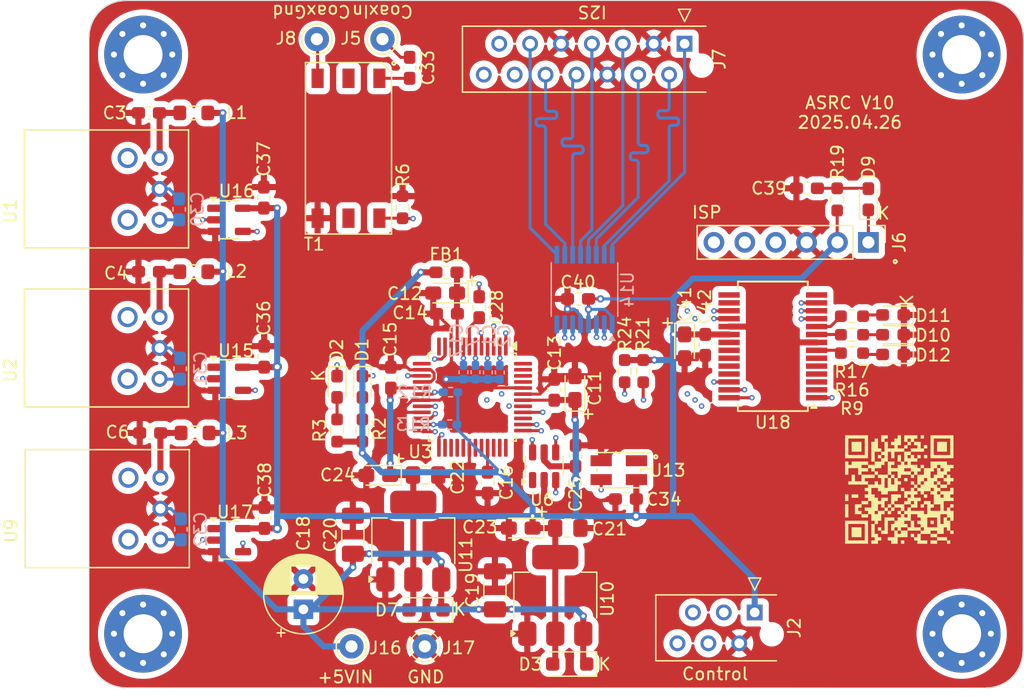
<source format=kicad_pcb>
(kicad_pcb (version 20241229) (generator "pcbnew") (generator_version "9.0")
  (layers (0 "F.Cu" mixed) (4 "In1.Cu" signal) (6 "In2.Cu" signal) (2 "B.Cu" mixed) (13 "F.Paste" user) (15 "B.Paste" user) (5 "F.SilkS" user "F.Silkscreen") (7 "B.SilkS" user "B.Silkscreen") (1 "F.Mask" user) (3 "B.Mask" user) (25 "Edge.Cuts" user))
  (net 0 "")
  (net 1 "Net-(U3A-RX2-)")
  (net 2 "GND")
  (net 3 "+3V3")
  (net 4 "Net-(U3A-RX1-)")
  (net 5 "Net-(U1-VCC)")
  (net 6 "Net-(U2-VCC)")
  (net 7 "Net-(U9-VCC)")
  (net 8 "SCL")
  (net 9 "SDA")
  (net 10 "+1V8")
  (net 11 "Net-(U3A-RX3-)")
  (net 12 "Net-(U3B-VCC)")
  (net 13 "Net-(U3A-RX4-)")
  (net 14 "RESET")
  (net 15 "Net-(D9-A)")
  (net 16 "Net-(U3A-RX4+)")
  (net 17 "BCKA")
  (net 18 "LRCKA")
  (net 19 "SDOUTA")
  (net 20 "MCLK1")
  (net 21 "Net-(D9-K)")
  (net 22 "Net-(U1-VOUT)")
  (net 23 "MCLK2")
  (net 24 "Net-(U2-VOUT)")
  (net 25 "Net-(U9-VOUT)")
  (net 26 "Net-(D10-A)")
  (net 27 "Net-(J5-Pin_1)")
  (net 28 "Net-(D1-K)")
  (net 29 "Net-(D11-A)")
  (net 30 "Net-(D12-A)")
  (net 31 "RC2{slash}SW")
  (net 32 "RC1{slash}CHB")
  (net 33 "+5V")
  (net 34 "Net-(D1-A)")
  (net 35 "Net-(D2-K)")
  (net 36 "Net-(D2-A)")
  (net 37 "RC0{slash}CHA")
  (net 38 "Net-(C28-Pad1)")
  (net 39 "ICSPCLK")
  (net 40 "Net-(C33-Pad2)")
  (net 42 "ICSPDAT")
  (net 43 "Net-(U18-RA5)")
  (net 44 "Net-(U18-RA7)")
  (net 45 "Net-(U18-RA6)")
  (net 46 "Net-(U13-Out)")
  (net 50 "Net-(J8-Pin_1)")
  (net 52 "Net-(U3A-CPM)")
  (net 53 "Net-(U3A-*INT)")
  (net 67 "Net-(U3A-RX1+)")
  (net 68 "Net-(U3A-RX2+)")
  (net 71 "Net-(U3A-RX3+)")
  (net 81 "/LRCLK-")
  (net 82 "/MCLK-")
  (net 83 "/LRCLK+")
  (net 84 "/DATAIN-")
  (net 85 "/BCLK+")
  (net 86 "/DATAIN+")
  (net 87 "/BCLK-")
  (net 88 "/MCLK+")
  (footprint "Capacitor_SMD:C_0603_1608Metric_Pad1.08x0.95mm_HandSolder" (layer "F.Cu") (at 114.1465 66.3956)
    (property "Reference" "C3")
    (property "Value" "1uF")
  )
  (footprint "Capacitor_SMD:C_0603_1608Metric_Pad1.08x0.95mm_HandSolder" (layer "F.Cu") (at 114.1476 79.4512)
    (property "Reference" "C4")
    (property "Value" "1uF")
  )
  (footprint "LED_SMD:LED_0603_1608Metric_Pad1.05x0.95mm_HandSolder" (layer "F.Cu") (at 131.699 88.9128 -90)
    (property "Reference" "D1")
    (property "Value" "LED")
  )
  (footprint "LED_SMD:LED_0603_1608Metric_Pad1.05x0.95mm_HandSolder" (layer "F.Cu") (at 129.6162 88.9128 -90)
    (property "Reference" "D2")
    (property "Value" "LED")
  )
  (footprint "Resistor_SMD:R_0603_1608Metric_Pad0.98x0.95mm_HandSolder" (layer "F.Cu") (at 131.699 92.5125 90)
    (property "Reference" "R2")
    (property "Value" "330R")
  )
  (footprint "Resistor_SMD:R_0603_1608Metric_Pad0.98x0.95mm_HandSolder" (layer "F.Cu") (at 129.6162 92.5087 90)
    (property "Reference" "R3")
    (property "Value" "330R")
  )
  (footprint "kicad-snk:PLR135-T10_PLT133-T10W" (layer "F.Cu") (at 112.395 85.725 90)
    (property "Reference" "U2")
    (property "Value" "PLR237/T10BK")
  )
  (footprint "MountingHole:MountingHole_3.2mm_M3_Pad_Via" (layer "F.Cu") (at 113.665 61.595)
    (property "Reference" "H1" (hide yes))
    (property "Value" "MountingHole")
  )
  (footprint "Capacitor_Tantalum_SMD:CP_EIA-2012-12_Kemet-R_HandSolder" (layer "F.Cu") (at 149.1768 89.0203 90)
    (property "Reference" "C11")
    (property "Value" "10uF")
  )
  (footprint "Capacitor_Tantalum_SMD:CP_EIA-2012-12_Kemet-R_HandSolder" (layer "F.Cu") (at 138.499 81.2069 180)
    (property "Reference" "C12")
    (property "Value" "10uF")
  )
  (footprint "Capacitor_SMD:C_0603_1608Metric_Pad1.08x0.95mm_HandSolder" (layer "F.Cu") (at 147.475 89.1582 -90)
    (property "Reference" "C13")
    (property "Value" "1uF")
  )
  (footprint "Capacitor_SMD:C_0603_1608Metric_Pad1.08x0.95mm_HandSolder" (layer "F.Cu") (at 134.0384 88.1654 -90)
    (property "Reference" "C15")
    (property "Value" "1uF")
  )
  (footprint "Capacitor_THT:CP_Radial_D6.3mm_P2.50mm" (layer "F.Cu") (at 126.8476 107.2134 90)
    (property "Reference" "C18")
    (property "Value" "220uF/10V")
  )
  (footprint "Capacitor_SMD:C_1206_3216Metric_Pad1.33x1.80mm_HandSolder" (layer "F.Cu") (at 142.5956 105.6509 90)
    (property "Reference" "C19")
    (property "Value" "10uF")
  )
  (footprint "Capacitor_SMD:C_1206_3216Metric_Pad1.33x1.80mm_HandSolder" (layer "F.Cu") (at 130.9116 101.0789 90)
    (property "Reference" "C20")
    (property "Value" "10uF")
  )
  (footprint "Connector_Pin:Pin_D1.0mm_L10.0mm" (layer "F.Cu") (at 130.7973 110.2614)
    (property "Reference" "J16")
    (property "Value" "+5VIN")
  )
  (footprint "Package_TO_SOT_SMD:SOT-223-3_TabPin2" (layer "F.Cu") (at 135.884 101.6076 90)
    (property "Reference" "U11")
    (property "Value" "TLV1117-18")
  )
  (footprint "Capacitor_SMD:C_0805_2012Metric_Pad1.18x1.45mm_HandSolder" (layer "F.Cu") (at 148.59 100.5332)
    (property "Reference" "C21")
    (property "Value" "1uF")
  )
  (footprint "Capacitor_SMD:C_0805_2012Metric_Pad1.18x1.45mm_HandSolder" (layer "F.Cu") (at 136.8961 96.1724)
    (property "Reference" "C22")
    (property "Value" "1uF")
  )
  (footprint "Capacitor_Tantalum_SMD:CP_EIA-2012-12_Kemet-R_HandSolder" (layer "F.Cu") (at 144.7169 100.5332 180)
    (property "Reference" "C23")
    (property "Value" "10uF")
  )
  (footprint "Capacitor_Tantalum_SMD:CP_EIA-2012-12_Kemet-R_HandSolder" (layer "F.Cu") (at 133.0023 96.1978 180)
    (property "Reference" "C24")
    (property "Value" "10uF/6.3V")
  )
  (footprint "Capacitor_SMD:C_0603_1608Metric_Pad1.08x0.95mm_HandSolder" (layer "F.Cu") (at 141.9886 96.8014 90)
    (property "Reference" "C16")
    (property "Value" "1uF")
  )
  (footprint "Package_QFP:TQFP-48_7x7mm_P0.5mm" (layer "F.Cu") (at 140.744 89.7667 -90)
    (property "Reference" "U3")
    (property "Value" "SRC4382/SRC4392")
  )
  (footprint "kicad-snk:PLR135-T10_PLT133-T10W" (layer "F.Cu") (at 112.395 72.644 90)
    (property "Reference" "U1")
    (property "Value" "PLR237/T10BK")
  )
  (footprint "MountingHole:MountingHole_3.2mm_M3_Pad_Via" (layer "F.Cu") (at 180.975 109.22)
    (property "Reference" "H3" (hide yes))
    (property "Value" "MountingHole")
  )
  (footprint "MountingHole:MountingHole_3.2mm_M3_Pad_Via" (layer "F.Cu") (at 180.975 61.595)
    (property "Reference" "H2" (hide yes))
    (property "Value" "MountingHole")
  )
  (footprint "Capacitor_SMD:C_0603_1608Metric_Pad1.08x0.95mm_HandSolder" (layer "F.Cu") (at 138.6485 82.9087)
    (property "Reference" "C14")
    (property "Value" "1uF")
  )
  (footprint "Capacitor_SMD:C_0603_1608Metric_Pad1.08x0.95mm_HandSolder" (layer "F.Cu") (at 149.225 94.5907 -90)
    (property "Reference" "C25")
    (property "Value" "1uF")
  )
  (footprint "Package_TO_SOT_SMD:SOT-23-6" (layer "F.Cu") (at 146.6444 95.4477 90)
    (property "Reference" "U6")
    (property "Value" "PL133-37TI-R")
  )
  (footprint "Capacitor_SMD:C_0603_1608Metric_Pad1.08x0.95mm_HandSolder" (layer "F.Cu") (at 138.6115 79.502)
    (property "Reference" "FB1")
    (property "Value" "1k@100MHz")
  )
  (footprint "Inductor_SMD:L_0805_2012Metric_Pad1.05x1.20mm_HandSolder" (layer "F.Cu") (at 117.8376 66.3956)
    (property "Reference" "L1")
    (property "Value" "47uH")
  )
  (footprint "Inductor_SMD:L_0805_2012Metric_Pad1.05x1.20mm_HandSolder" (layer "F.Cu") (at 117.8376 79.4512)
    (property "Reference" "L2")
    (property "Value" "47uH")
  )
  (footprint "Package_TO_SOT_SMD:SOT-223-3_TabPin2" (layer "F.Cu") (at 147.56 106.07 90)
    (property "Reference" "U10")
    (property "Value" "TLV1117-33")
  )
  (footprint "Capacitor_SMD:C_0603_1608Metric_Pad1.08x0.95mm_HandSolder" (layer "F.Cu") (at 141.3002 82.3733 -90)
    (property "Reference" "C28")
    (property "Value" "100nF")
  )
  (footprint "Connector_Pin:Pin_D1.0mm_L10.0mm" (layer "F.Cu") (at 133.35 60.325)
    (property "Reference" "J5")
    (property "Value" "COAXIN")
  )
  (footprint "Connector_Pin:Pin_D1.0mm_L10.0mm" (layer "F.Cu") (at 127.9525 60.325)
    (property "Reference" "J8")
    (property "Value" "COAXGND")
  )
  (footprint "Resistor_SMD:R_0603_1608Metric_Pad0.98x0.95mm_HandSolder" (layer "F.Cu") (at 135.001 74.1445 -90)
    (property "Reference" "R6")
    (property "Value" "75R")
  )
  (footprint "Capacitor_SMD:C_0603_1608Metric_Pad1.08x0.95mm_HandSolder" (layer "F.Cu") (at 114.2481 92.71)
    (property "Reference" "C6")
    (property "Value" "1uF")
  )
  (footprint "Inductor_SMD:L_0805_2012Metric_Pad1.05x1.20mm_HandSolder" (layer "F.Cu") (at 117.9392 92.71)
    (property "Reference" "L3")
    (property "Value" "47uH")
  )
  (footprint "kicad-snk:PLR135-T10_PLT133-T10W" (layer "F.Cu") (at 112.4585 98.933 90)
    (property "Reference" "U9")
    (property "Value" "PLR237/T10BK")
  )
  (footprint "Connector_Pin:Pin_D1.0mm_L10.0mm" (layer "F.Cu") (at 136.8298 110.2614)
    (property "Reference" "J17")
    (property "Value" "GND")
  )
  (footprint "MountingHole:MountingHole_3.2mm_M3_Pad_Via" (layer "F.Cu") (at 113.665 109.22)
    (property "Reference" "H4" (hide yes))
    (property "Value" "MountingHole")
  )
  (footprint "kicad-snk:DA100J" (layer "F.Cu") (at 130.556 69.3008 180)
    (property "Reference" "T1")
    (property "Value" "Murata_DA103")
  )
  (footprint "Capacitor_SMD:C_0603_1608Metric_Pad1.08x0.95mm_HandSolder" (layer "F.Cu") (at 135.5852 62.6883 -90)
    (property "Reference" "C33")
    (property "Value" "100nF")
  )
  (footprint "Oscillator:Oscillator_SMD_EuroQuartz_XO32-4Pin_3.2x2.5mm_HandSoldering" (layer "F.Cu") (at 152.7832 95.7704 180)
    (property "Reference" "U13")
    (property "Value" "24.576MHz")
  )
  (footprint "Resistor_SMD:R_0603_1608Metric_Pad0.98x0.95mm_HandSolder" (layer "F.Cu") (at 171.9561 84.6328)
    (property "Reference" "R16")
    (property "Value" "330R")
  )
  (footprint "Diode_SMD:D_SOD-123F" (layer "F.Cu") (at 136.9284 107.2642 180)
    (property "Reference" "D7")
    (property "Value" "SM4002PL-TP")
  )
  (footprint "Package_TO_SOT_SMD:SOT-23-5" (layer "F.Cu") (at 120.7461 101.5238)
    (property "Reference" "U17")
    (property "Value" "74LVC1G17")
  )
  (footprint "LED_SMD:LED_0603_1608Metric_Pad1.05x0.95mm_HandSolder" (layer "F.Cu") (at 175.3476 83.0072 180)
    (property "Reference" "D11")
    (property "Value" "LED")
  )
  (footprint "Resistor_SMD:R_0603_1608Metric_Pad0.98x0.95mm_HandSolder" (layer "F.Cu") (at 171.9561 86.1476)
    (property "Reference" "R9")
    (property "Value" "330R")
  )
  (footprint "Package_TO_SOT_SMD:SOT-23-5" (layer "F.Cu") (at 120.7461 88.2548)
    (property "Reference" "U15")
    (property "Value" "74LVC1G17")
  )
  (footprint "Capacitor_SMD:C_0603_1608Metric_Pad1.08x0.95mm_HandSolder" (layer "F.Cu") (at 153.3641 98.1456 180)
    (property "Reference" "C34")
    (property "Value" "1uF")
  )
  (footprint "LED_SMD:LED_0603_1608Metric_Pad1.05x0.95mm_HandSolder" (layer "F.Cu") (at 175.3476 86.2584 180)
    (property "Reference" "D12")
    (property "Value" "LED")
  )
  (footprint "Resistor_SMD:R_0603_1608Metric_Pad0.98x0.95mm_HandSolder" (layer "F.Cu") (at 170.7388 73.5057 90)
    (property "Reference" "R19")
    (property "Value" "4.7k")
  )
  (footprint "Diode_SMD:D_0603_1608Metric_Pad1.05x0.95mm_HandSolder" (layer "F.Cu") (at 173.3042 73.4936 90)
    (property "Reference" "D9")
    (property "Value" "TS4148RCG")
  )
  (footprint "Capacitor_SMD:C_0603_1608Metric_Pad1.08x0.95mm_HandSolder" (layer "F.Cu") (at 149.4271 81.6864 180)
    (property "Reference" "C40")
    (property "Value" "1uF")
  )
  (footprint "LED_SMD:LED_0603_1608Metric_Pad1.05x0.95mm_HandSolder" (layer "F.Cu") (at 175.3476 84.6328 180)
    (property "Reference" "D10")
    (property "Value" "LED")
  )
  (footprint "Capacitor_Tantalum_SMD:CP_EIA-2012-12_Kemet-R_HandSolder" (layer "F.Cu") (at 158.1912 85.5857 -90)
    (property "Reference" "C41")
    (property "Value" "10uF")
  )
  (footprint "Capacitor_SMD:C_0603_1608Metric_Pad1.08x0.95mm_HandSolder" (layer "F.Cu") (at 123.6472 99.6961 90)
    (property "Reference" "C38")
    (property "Value" "1uF")
  )
  (footprint "Package_SO:SSOP-28_5.3x10.2mm_P0.65mm" (layer "F.Cu") (at 165.4488 85.5894 180)
    (property "Reference" "U18")
    (property "Value" "PIC16F18056-I/SS")
  )
  (footprint "LOGO" (layer "F.Cu") (at 175.8442 97.3582)
    (property "Reference" "G***" (hide yes))
    (property "Value" "LOGO" (hide yes))
  )
  (footprint "Package_TO_SOT_SMD:SOT-23-5" (layer "F.Cu") (at 120.7317 75.184)
    (property "Reference" "U16")
    (property "Value" "74LVC1G17")
  )
  (footprint "Capacitor_SMD:C_0603_1608Metric_Pad1.08x0.95mm_HandSolder" (layer "F.Cu") (at 168.2507 72.5932 180)
    (property "Reference" "C39")
    (property "Value" "10nF")
  )
  (footprint "Connector_TE-Connectivity:TE_Micro-MaTch_1-215079-4_2x07_P1.27mm_Vertical" (layer "F.Cu") (at 158.1912 60.706 -90)
    (property "Reference" "J7")
    (property "Value" "Conn_01x15")
  )
  (footprint "Capacitor_SMD:C_0603_1608Metric_Pad1.08x0.95mm_HandSolder" (layer "F.Cu") (at 123.6218 86.4373 90)
    (property "Reference" "C36")
    (property "Value" "1uF")
  )
  (footprint "Connector_TE-Connectivity:TE_Micro-MaTch_215079-6_2x03_P1.27mm_Vertical" (layer "F.Cu") (at 163.957 107.4674 -90)
    (property "Reference" "J2")
    (property "Value" "TE MicroMatch")
  )
  (footprint "Capacitor_SMD:C_0603_1608Metric_Pad1.08x0.95mm_HandSolder" (layer "F.Cu") (at 123.5964 73.3563 90)
    (property "Reference" "C37")
    (property "Value" "1uF")
  )
  (footprint "Resistor_SMD:R_0603_1608Metric_Pad0.98x0.95mm_HandSolder" (layer "F.Cu") (at 154.7876 87.6281 -90)
    (property "Reference" "R21")
    (property "Value" "1k3")
  )
  (footprint "Resistor_SMD:R_0603_1608Metric_Pad0.98x0.95mm_HandSolder" (layer "F.Cu") (at 171.9561 83.1088)
    (property "Reference" "R17")
    (property "Value" "330R")
  )
  (footprint "Capacitor_SMD:C_0603_1608Metric_Pad1.08x0.95mm_HandSolder" (layer "F.Cu") (at 159.893 85.4707 -90)
    (property "Reference" "C42")
    (property "Value" "1uF")
  )
  (footprint "Diode_SMD:D_SOD-123F" (layer "F.Cu") (at 148.7454 111.7092 180)
    (property "Reference" "D3")
    (property "Value" "SM4002PL-TP")
  )
  (footprint "Connector_PinHeader_2.54mm:PinHeader_1x06_P2.54mm_Vertical" (layer "F.Cu") (at 173.3042 77.0382 -90)
    (property "Reference" "J6")
    (property "Value" "ISP")
  )
  (footprint "Resistor_SMD:R_0603_1608Metric_Pad0.98x0.95mm_HandSolder" (layer "F.Cu") (at 153.2636 87.6281 -90)
    (property "Reference" "R24")
    (property "Value" "1k3")
  )
  (footprint "Capacitor_SMD:C_0402_1005Metric_Pad0.74x0.62mm_HandSolder" (layer "B.Cu") (at 142.014 87.7323 90)
    (property "Reference" "C1")
    (property "Value" "100nF")
  )
  (footprint "Resistor_SMD:R_0402_1005Metric_Pad0.72x0.64mm_HandSolder" (layer "B.Cu") (at 138.9513 89.3572)
    (property "Reference" "R12")
    (property "Value" "1k")
  )
  (footprint "Resistor_SMD:R_0402_1005Metric_Pad0.72x0.64mm_HandSolder" (layer "B.Cu") (at 138.8751 92.0242)
    (property "Reference" "R13")
    (property "Value" "4k99")
  )
  (footprint "Capacitor_SMD:C_0402_1005Metric_Pad0.74x0.62mm_HandSolder" (layer "B.Cu") (at 143.002 87.7323 -90)
    (property "Reference" "C2")
    (property "Value" "100nF")
  )
  (footprint "Capacitor_SMD:C_0402_1005Metric_Pad0.74x0.62mm_HandSolder" (layer "B.Cu") (at 140.998 87.7149 90)
    (property "Reference" "C7")
    (property "Value" "100nF")
  )
  (footprint "Capacitor_SMD:C_0402_1005Metric_Pad0.74x0.62mm_HandSolder" (layer "B.Cu") (at 140.0074 87.7149 90)
    (property "Reference" "C17")
    (property "Value" "100nF")
  )
  (footprint "Capacitor_SMD:C_0603_1608Metric_Pad1.08x0.95mm_HandSolder" (layer "B.Cu") (at 116.6368 74.3215 -90)
    (property "Reference" "C30")
    (property "Value" "30pF")
  )
  (footprint "Capacitor_SMD:C_0603_1608Metric_Pad1.08x0.95mm_HandSolder" (layer "B.Cu") (at 116.713 87.4279 -90)
    (property "Reference" "C31")
    (property "Value" "30pF")
  )
  (footprint "Capacitor_SMD:C_0603_1608Metric_Pad1.08x0.95mm_HandSolder" (layer "B.Cu") (at 116.7765 100.6359 -90)
    (property "Reference" "C32")
    (property "Value" "30pF")
  )
  (footprint "Package_SO:TSSOP-16_4.4x5mm_P0.65mm" (layer "B.Cu") (at 149.9616 80.9147 90)
    (property "Reference" "U14")
    (property "Value" "FIN1047")
  )
  (gr_line (start 109.23033 110.65467) (end 109.230326 60.160326) (stroke (width 0.05)) (layer "Edge.Cuts"))
  (gr_line (start 183.007 113.665) (end 112.23033 113.65467) (stroke (width 0.05)) (layer "Edge.Cuts"))
  (gr_line (start 186.04468 60.16032) (end 186.007 110.665) (stroke (width 0.05)) (layer "Edge.Cuts"))
  (gr_line (start 112.230326 57.160326) (end 183.04468 57.16032) (stroke (width 0.05)) (layer "Edge.Cuts"))
  (gr_arc (start 183.04468 57.16032) (mid 185.166006 58.038994) (end 186.04468 60.16032) (stroke (width 0.1)) (layer "Edge.Cuts"))
  (gr_arc (start 186.007 110.665) (mid 185.128326 112.786326) (end 183.007 113.665) (stroke (width 0.1)) (layer "Edge.Cuts"))
  (gr_arc (start 112.23033 113.65467) (mid 110.109004 112.775996) (end 109.23033 110.65467) (stroke (width 0.1)) (layer "Edge.Cuts"))
  (gr_arc (start 109.230326 60.160326) (mid 110.109 58.039) (end 112.230326 57.160326) (stroke (width 0.1)) (layer "Edge.Cuts"))
  (gr_text "K" (at 174.5488 74.6506 0) (layer "F.SilkS") (effects (font (size 1 1))))
  (gr_text "Control" (at 160.7058 112.522 0) (layer "F.SilkS") (effects (font (size 1 1))))
  (gr_text "CoaxGnd" (at 127.508 58.039 180) (layer "F.SilkS") (effects (font (size 1 1))))
  (gr_text "K" (at 128.0668 87.9856 90) (layer "F.SilkS") (effects (font (size 1 1))))
  (gr_text "CoaxIn" (at 133.35 58.039 180) (layer "F.SilkS") (effects (font (size 1 1))))
  (gr_text "+5VIN" (at 130.306304 112.77619 0) (layer "F.SilkS") (effects (font (size 1 1))))
  (gr_text "ISP" (at 160.02 74.5744 0) (layer "F.SilkS") (effects (font (size 1 1))))
  (gr_text "I2S" (at 150.5966 58.0898 180) (layer "F.SilkS") (effects (font (size 1 1))))
  (gr_text "ASRC V10\n2025.04.26" (at 171.7802 66.3702 0) (layer "F.SilkS") (effects (font (size 1 1))))
  (gr_text "+" (at 139.9794 80.7212 0) (layer "F.SilkS") (effects (font (size 1 1)) (justify left bottom)))
  (gr_text "+" (at 149.5324 91.6717 0) (layer "F.SilkS") (effects (font (size 1 1)) (justify left bottom)))
  (gr_text "K" (at 139.7 107.2134 0) (layer "F.SilkS") (effects (font (size 1 1))))
  (gr_text "K" (at 151.6126 111.7346 0) (layer "F.SilkS") (effects (font (size 1 1))))
  (gr_text "GND" (at 136.910304 112.77619 0) (layer "F.SilkS") (effects (font (size 1 1))))
  (gr_text "K" (at 176.4792 81.8134 90) (layer "F.SilkS") (effects (font (size 1 1))))
  (gr_text "°" (at 155.3464 95.6564 0) (layer "F.SilkS") (effects (font (size 1 1)) (justify left bottom)))
  (gr_text "+" (at 133.985 95.3262 0) (layer "F.SilkS") (effects (font (size 1 1)) (justify left bottom)))
  (gr_text "+" (at 145.7452 99.695 0) (layer "F.SilkS") (effects (font (size 1 1)) (justify left bottom)))
  (gr_text "°" (at 133.8072 63.2968 0) (layer "F.SilkS") (effects (font (size 1 1)) (justify left bottom)))
  (gr_text "°" (at 175.0314 79.6036 0) (layer "F.SilkS") (effects (font (size 1 1)) (justify left bottom)))
  (gr_text "+" (at 156.083 84.1756 0) (layer "F.SilkS") (effects (font (size 1 1)) (justify left bottom)))
  (segment (start 141.994 85.6042) (end 141.994 86.5552) (width 0.25) (layer "F.Cu") (net 1))
  (segment (start 141.994 86.5552) (end 141.986 86.5632) (width 0.25) (layer "F.Cu") (net 1))
  (via (at 141.986 86.5632) (size 0.45) (drill 0.225) (layers "F.Cu" "B.Cu") (net 1))
  (segment (start 141.986 87.1368) (end 142.014 87.1648) (width 0.25) (layer "B.Cu") (net 1))
  (segment (start 141.986 86.5632) (end 141.986 87.1368) (width 0.25) (layer "B.Cu") (net 1))
  (segment (start 137.9336 96.8872) (end 139.9286 98.8822) (width 0.5) (layer "F.Cu") (net 2))
  (segment (start 136.5815 88.5167) (end 137.318999 88.5167) (width 0.25) (layer "F.Cu") (net 2))
  (segment (start 151.3846 94.9954) (end 152.9842 93.3958) (width 0.5) (layer "F.Cu") (net 2))
  (segment (start 146.6444 98.232) (end 147.2184 98.806) (width 0.5) (layer "F.Cu") (net 2))
  (segment (start 140.2909 88.9992) (end 140.2734 89.0167) (width 0.25) (layer "F.Cu") (net 2))
  (segment (start 137.786 82.9087) (end 136.2482 82.9087) (width 0.5) (layer "F.Cu") (net 2))
  (segment (start 137.594 87.794646) (end 137.316054 87.5167) (width 0.25) (layer "F.Cu") (net 2))
  (segment (start 164.6348 83.9644) (end 164.6428 83.9724) (width 0.5) (layer "F.Cu") (net 2))
  (segment (start 149.1768 88.0453) (end 149.1768 86.0837) (width 0.5) (layer "F.Cu") (net 2))
  (segment (start 137.524 82.6467) (end 137.786 82.9087) (width 0.5) (layer "F.Cu") (net 2))
  (segment (start 137.9336 96.1724) (end 137.9336 96.8872) (width 0.5) (layer "F.Cu") (net 2))
  (segment (start 137.316054 87.5167) (end 136.5815 87.5167) (width 0.25) (layer "F.Cu") (net 2))
  (segment (start 138.0753 90.0167) (end 139.2936 88.7984) (width 0.25) (layer "F.Cu") (net 2))
  (segment (start 149.1768 86.0837) (end 148.618 85.5249) (width 0.5) (layer "F.Cu") (net 2))
  (segment (start 161.8488 83.9644) (end 164.6348 83.9644) (width 0.5) (layer "F.Cu") (net 2))
  (segment (start 135.368199 87.3029) (end 134.0384 87.3029) (width 0.25) (layer "F.Cu") (net 2))
  (segment (start 134.7893 91.0167) (end 136.5815 91.0167) (width 0.25) (layer "F.Cu") (net 2))
  (segment (start 146.298802 89.5167) (end 147.475 88.340502) (width 0.25) (layer "F.Cu") (net 2))
  (segment (start 149.1768 88.0453) (end 147.7254 88.0453) (width 0.5) (layer "F.Cu") (net 2))
  (segment (start 139.0168 85.4395) (end 138.994 85.4167) (width 0.25) (layer "F.Cu") (net 2))
  (segment (start 144.9065 89.0167) (end 144.889 88.9992) (width 0.25) (layer "F.Cu") (net 2))
  (segment (start 135.581999 87.5167) (end 135.368199 87.3029) (width 0.25) (layer "F.Cu") (net 2))
  (segment (start 140.2734 89.0167) (end 139.0168 87.7601) (width 0.25) (layer "F.Cu") (net 2))
  (segment (start 147.01 61.4882) (end 146.7866 61.2648) (width 0.25) (layer "F.Cu") (net 2))
  (segment (start 132.0248 95.6528) (end 133.985 93.6926) (width 0.5) (layer "F.Cu") (net 2))
  (segment (start 135.41 81.2069) (end 135.1052 80.9021) (width 0.5) (layer "F.Cu") (net 2))
  (segment (start 169.0488 85.2644) (end 166.5766 85.2644) (width 0.5) (layer "F.Cu") (net 2))
  (segment (start 136.5815 90.0167) (end 138.0753 90.0167) (width 0.25) (layer "F.Cu") (net 2))
  (segment (start 147.475 88.340502) (end 147.475 88.2957) (width 0.25) (layer "F.Cu") (net 2))
  (segment (start 137.524 81.2069) (end 135.41 81.2069) (width 0.5) (layer "F.Cu") (net 2))
  (segment (start 166.5766 85.2644) (end 166.5478 85.2932) (width 0.5) (layer "F.Cu") (net 2))
  (segment (start 146.6444 96.5852) (end 146.6444 98.232) (width 0.5) (layer "F.Cu") (net 2))
  (segment (start 136.5815 87.5167) (end 135.581999 87.5167) (width 0.25) (layer "F.Cu") (net 2))
  (segment (start 148.51 61.0832) (end 148.463 61.0362) (width 0.25) (layer "F.Cu") (net 2))
  (segment (start 133.985 93.6926) (end 133.985 92.7608) (width 0.5) (layer "F.Cu") (net 2))
  (segment (start 145.094 89.5167) (end 146.298802 89.5167) (width 0.25) (layer "F.Cu") (net 2))
  (segment (start 137.0918 88.5167) (end 137.254002 88.5167) (width 0.25) (layer "F.Cu") (net 2))
  (segment (start 138.994 85.4167) (end 138.994 84.1167) (width 0.25) (layer "F.Cu") (net 2))
  (segment (start 132.0248 96.1978) (end 132.0248 95.6528) (width 0.5) (layer "F.Cu") (net 2))
  (segment (start 144.889 88.9992) (end 140.2909 88.9992) (width 0.25) (layer "F.Cu") (net 2))
  (segment (start 136.2482 82.9087) (end 135.5624 82.2229) (width 0.5) (layer "F.Cu") (net 2))
  (segment (start 147.7254 88.0453) (end 147.475 88.2957) (width 0.5) (layer "F.Cu") (net 2))
  (segment (start 137.594 88.241699) (end 137.594 87.794646) (width 0.25) (layer "F.Cu") (net 2))
  (segment (start 151.3332 94.9954) (end 151.3846 94.9954) (width 0.5) (layer "F.Cu") (net 2))
  (segment (start 138.994 84.1167) (end 137.786 82.9087) (width 0.25) (layer "F.Cu") (net 2))
  (segment (start 136.5815 90.0167) (end 135.7893 90.0167) (width 0.25) (layer "F.Cu") (net 2))
  (segment (start 139.0168 87.7601) (end 139.0168 85.4395) (width 0.25) (layer "F.Cu") (net 2))
  (segment (start 140.494 94.1167) (end 140.494 97.0017) (width 0.25) (layer "F.Cu") (net 2))
  (segment (start 137.524 81.2069) (end 137.524 82.6467) (width 0.5) (layer "F.Cu") (net 2))
  (segment (start 135.7893 90.0167) (end 134.7893 91.0167) (width 0.25) (layer "F.Cu") (net 2))
  (segment (start 137.318999 88.5167) (end 137.594 88.241699) (width 0.25) (layer "F.Cu") (net 2))
  (via (at 138.5824 88.2904) (size 0.6) (drill 0.3) (layers "F.Cu" "B.Cu") (net 2))
  (via (at 148.5646 82.5246) (size 0.6) (drill 0.3) (layers "F.Cu" "B.Cu") (net 2))
  (segment (start 140.0074 88.2824) (end 138.5904 88.2824) (width 0.5) (layer "B.Cu") (net 2))
  (segment (start 115.025 85.725) (end 115.8726 85.725) (width 0.25) (layer "B.Cu") (net 2))
  (segment (start 140.998 88.2824) (end 140.0074 88.2824) (width 0.5) (layer "B.Cu") (net 2))
  (segment (start 115.8726 85.725) (end 116.713 86.5654) (width 0.25) (layer "B.Cu") (net 2))
  (segment (start 115.9361 98.933) (end 116.7765 99.7734) (width 0.25) (layer "B.Cu") (net 2))
  (segment (start 115.8218 72.644) (end 116.6368 73.459) (width 0.25) (layer "B.Cu") (net 2))
  (segment (start 141.0154 88.2998) (end 140.998 88.2824) (width 0.5) (layer "B.Cu") (net 2))
  (segment (start 142.014 88.2998) (end 141.0154 88.2998) (width 0.5) (layer "B.Cu") (net 2))
  (segment (start 149.121499 82.5246) (end 148.5646 82.5246) (width 0.25) (layer "B.Cu") (net 2))
  (segment (start 115.0885 98.933) (end 115.9361 98.933) (width 0.25) (layer "B.Cu") (net 2))
  (segment (start 138.5904 88.2824) (end 138.5824 88.2904) (width 0.5) (layer "B.Cu") (net 2))
  (segment (start 143.002 88.2998) (end 142.014 88.2998) (width 0.5) (layer "B.Cu") (net 2))
  (segment (start 149.6366 83.039701) (end 149.121499 82.5246) (width 0.25) (layer "B.Cu") (net 2))
  (segment (start 115.025 72.644) (end 115.8218 72.644) (width 0.25) (layer "B.Cu") (net 2))
  (segment (start 149.6366 83.7772) (end 149.6366 83.039701) (width 0.25) (layer "B.Cu") (net 2))
  (segment (start 123.5812 74.234) (end 123.5964 74.2188) (width 0.5) (layer "F.Cu") (net 3))
  (segment (start 150.2896 81.6864) (end 151.2824 81.6864) (width 0.25) (layer "F.Cu") (net 3))
  (segment (start 161.8488 84.6144) (end 159.8992 84.6144) (width 0.5) (layer "F.Cu") (net 3))
  (segment (start 159.893 84.6082) (end 158.1912 84.6082) (width 0.5) (layer "F.Cu") (net 3))
  (segment (start 147.56 109.22) (end 147.56 111.4946) (width 0.5) (layer "F.Cu") (net 3))
  (segment (start 136.4996 79.502) (end 137.749 79.502) (width 0.5) (layer "F.Cu") (net 3))
  (segment (start 121.8692 74.234) (end 123.5812 74.234) (width 0.5) (layer "F.Cu") (net 3))
  (segment (start 147.5525 100.5332) (end 145.6944 100.5332) (width 0.5) (layer "F.Cu") (net 3))
  (segment (start 147.5004 89.9953) (end 147.475 90.0207) (width 0.5) (layer "F.Cu") (net 3))
  (segment (start 149.225 95.4532) (end 149.225 96.4946) (width 0.5) (layer "F.Cu") (net 3))
  (segment (start 131.699 93.425) (end 131.699 94.361) (width 0.5) (layer "F.Cu") (net 3))
  (segment (start 147.56 100.5407) (end 147.5525 100.5332) (width 0.5) (layer "F.Cu") (net 3))
  (segment (start 170.7388 74.4182) (end 170.7388 77.0128) (width 0.25) (layer "F.Cu") (net 3))
  (segment (start 154.2266 98.1456) (end 154.2266 96.552) (width 0.5) (layer "F.Cu") (net 3))
  (segment (start 124.6886 100.5586) (end 123.6472 100.5586) (width 0.5) (layer "F.Cu") (net 3))
  (segment (start 150.2896 81.6864) (end 150.2896 82.5478) (width 0.25) (layer "F.Cu") (net 3))
  (segment (start 129.62 93.425) (end 129.6162 93.4212) (width 0.5) (layer "F.Cu") (net 3))
  (segment (start 149.225 95.4532) (end 147.124901 95.4532) (width 0.5) (layer "F.Cu") (net 3))
  (segment (start 121.8886 87.2998) (end 121.8836 87.3048) (width 0.5) (layer "F.Cu") (net 3))
  (segment (start 141.9886 95.9389) (end 141.9886 94.1221) (width 0.25) (layer "F.Cu") (net 3))
  (segment (start 141.9886 94.1221) (end 141.994 94.1167) (width 0.25) (layer "F.Cu") (net 3))
  (segment (start 141.9886 95.9389) (end 143.03 95.9389) (width 0.5) (layer "F.Cu") (net 3))
  (segment (start 123.6218 87.2998) (end 121.8886 87.2998) (width 0.5) (layer "F.Cu") (net 3))
  (segment (start 147.56 102.92) (end 147.56 100.5407) (width 0.5) (layer "F.Cu") (net 3))
  (segment (start 158.1912 84.6082) (end 157.2776 84.6082) (width 0.5) (layer "F.Cu") (net 3))
  (segment (start 145.6944 100.5332) (end 145.6944 99.5426) (width 0.5) (layer "F.Cu") (net 3))
  (segment (start 154.7876 86.7156) (end 155.702 86.7156) (width 0.5) (layer "F.Cu") (net 3))
  (segment (start 159.8992 84.6144) (end 159.893 84.6082) (width 0.5) (layer "F.Cu") (net 3))
  (segment (start 147.471 90.0167) (end 147.475 90.0207) (width 0.25) (layer "F.Cu") (net 3))
  (segment (start 149.225 96.4946) (end 149.2504 96.52) (width 0.5) (layer "F.Cu") (net 3))
  (segment (start 147.56 109.22) (end 147.56 102.92) (width 0.5) (layer "F.Cu") (net 3))
  (segment (start 170.7388 77.0128) (end 170.7642 77.0382) (width 0.25) (layer "F.Cu") (net 3))
  (segment (start 157.2776 84.6082) (end 157.2768 84.6074) (width 0.5) (layer "F.Cu") (net 3))
  (segment (start 149.1768 89.9953) (end 147.5004 89.9953) (width 0.5) (layer "F.Cu") (net 3))
  (segment (start 123.5964 74.2188) (end 124.6886 74.2188) (width 0.5) (layer "F.Cu") (net 3))
  (segment (start 145.094 90.0167) (end 147.471 90.0167) (width 0.25) (layer "F.Cu") (net 3))
  (segment (start 123.6472 100.5586) (end 121.8988 100.5586) (width 0.5) (layer "F.Cu") (net 3))
  (segment (start 154.2266 98.1456) (end 154.2266 99.5194) (width 0.5) (layer "F.Cu") (net 3))
  (segment (start 147.124901 95.4532) (end 146.6444 94.972699) (width 0.5) (layer "F.Cu") (net 3))
  (segment (start 149.1768 91.6363) (end 149.1768 89.9953) (width 0.5) (layer "F.Cu") (net 3))
  (segment (start 154.2266 99.5194) (end 154.2034 99.5426) (width 0.5) (layer "F.Cu") (net 3))
  (segment (start 131.699 93.425) (end 129.62 93.425) (width 0.5) (layer "F.Cu") (net 3))
  (segment (start 153.2636 86.7156) (end 154.7876 86.7156) (width 0.5) (layer "F.Cu") (net 3))
  (segment (start 146.6444 94.972699) (end 146.6444 94.3102) (width 0.5) (layer "F.Cu") (net 3))
  (segment (start 154.2266 96.552) (end 154.2332 96.5454) (width 0.5) (layer "F.Cu") (net 3))
  (segment (start 150.2896 82.5478) (end 150.2918 82.55) (width 0.25) (layer "F.Cu") (net 3))
  (segment (start 147.56 111.4946) (end 147.3454 111.7092) (width 0.5) (layer "F.Cu") (net 3))
  (segment (start 121.8988 100.5586) (end 121.8836 100.5738) (width 0.5) (layer "F.Cu") (net 3))
  (segment (start 123.6218 87.2998) (end 124.6632 87.2998) (width 0.5) (layer "F.Cu") (net 3))
  (segment (start 124.6632 87.2998) (end 124.6886 87.2744) (width 0.5) (layer "F.Cu") (net 3))
  (via (at 149.1768 91.6363) (size 0.6) (drill 0.3) (layers "F.Cu" "B.Cu") (net 3))
  (via (at 124.6886 74.2188) (size 0.6) (drill 0.3) (layers "F.Cu" "B.Cu") (net 3))
  (via (at 145.6944 99.5426) (size 0.6) (drill 0.3) (layers "F.Cu" "B.Cu") (net 3))
  (via (at 149.2504 96.52) (size 0.8) (drill 0.4) (layers "F.Cu" "B.Cu") (net 3))
  (via (at 155.702 86.7156) (size 0.6) (drill 0.3) (layers "F.Cu" "B.Cu") (net 3))
  (via (at 143.03 95.9389) (size 0.6) (drill 0.3) (layers "F.Cu" "B.Cu") (net 3))
  (via (at 157.2768 84.6074) (size 0.6) (drill 0.3) (layers "F.Cu" "B.Cu") (net 3))
  (via (at 124.6886 100.5586) (size 0.8) (drill 0.4) (layers "F.Cu" "B.Cu") (net 3))
  (via (at 151.2824 81.6864) (size 0.6) (drill 0.3) (layers "F.Cu" "B.Cu") (net 3))
  (via (at 154.2034 99.5426) (size 0.8) (drill 0.4) (layers "F.Cu" "B.Cu") (net 3))
  (via (at 136.4996 79.502) (size 0.6) (drill 0.3) (layers "F.Cu" "B.Cu") (net 3))
  (via (at 131.699 94.361) (size 0.6) (drill 0.3) (layers "F.Cu" "B.Cu") (net 3))
  (via (at 124.6886 87.2744) (size 0.8) (drill 0.4) (layers "F.Cu" "B.Cu") (net 3))
  (via (at 150.2918 82.55) (size 0.6) (drill 0.3) (layers "F.Cu" "B.Cu") (net 3))
  (segment (start 152.2366 83.155184) (end 152.2366 83.7772) (width 0.25) (layer "B.Cu") (net 3))
  (segment (start 145.6944 99.5426) (end 124.6886 99.5426) (width 0.5) (layer "B.Cu") (net 3))
  (segment (start 131.699 84.3026) (end 136.4996 79.502) (width 0.5) (layer "B.Cu") (net 3))
  (segment (start 149.2504 96.52) (end 149.2504 91.7099) (width 0.5) (layer "B.Cu") (net 3))
  (segment (start 155.702 86.7156) (end 157.2514 86.7156) (width 0.5) (layer "B.Cu") (net 3))
  (segment (start 158.75 99.5426) (end 163.957 104.7496) (width 0.5) (layer "B.Cu") (net 3))
  (segment (start 139.4726 92.0242) (end 139.4726 92.3815) (width 0.25) (layer "B.Cu") (net 3))
  (segment (start 158.877 80.01) (end 167.7924 80.01) (width 0.5) (layer "B.Cu") (net 3))
  (segment (start 145.6944 98.6033) (end 143.03 95.9389) (width 0.5) (layer "B.Cu") (net 3))
  (segment (start 150.2866 83.7772) (end 150.2866 82.5552) (width 0.25) (layer "B.Cu") (net 3))
  (segment (start 167.7924 80.01) (end 170.7642 77.0382) (width 0.5) (layer "B.Cu") (net 3))
  (segment (start 149.2504 96.52) (end 149.2504 99.5426) (width 0.5) (layer "B.Cu") (net 3))
  (segment (start 131.699 94.361) (end 131.699 84.3026) (width 0.5) (layer "B.Cu") (net 3))
  (segment (start 157.2514 86.7156) (end 157.2514 99.5426) (width 0.5) (layer "B.Cu") (net 3))
  (segment (start 145.6944 99.5426) (end 149.2504 99.5426) (width 0.5) (layer "B.Cu") (net 3))
  (segment (start 149.2504 91.7099) (end 149.1768 91.6363) (width 0.5) (layer "B.Cu") (net 3))
  (segment (start 157.2768 81.6102) (end 158.877 80.01) (width 0.5) (layer "B.Cu") (net 3))
  (segment (start 131.699 94.361) (end 133.2769 95.9389) (width 0.5) (layer "B.Cu") (net 3))
  (segment (start 157.2514 84.6328) (end 157.2514 86.7156) (width 0.5) (layer "B.Cu") (net 3))
  (segment (start 151.2824 81.6864) (end 157.0736 81.6864) (width 0.25) (layer "B.Cu") (net 3))
  (segment (start 157.2768 84.6074) (end 157.2514 84.6328) (width 0.5) (layer "B.Cu") (net 3))
  (segment (start 150.2866 82.5552) (end 150.2918 82.55) (width 0.25) (layer "B.Cu") (net 3))
  (segment (start 139.5488 89.3572) (end 139.5488 91.948) (width 0.25) (layer "B.Cu") (net 3))
  (segment (start 124.6886 87.2744) (end 124.6886 99.5426) (width 0.5) (layer "B.Cu") (net 3))
  (segment (start 163.957 104.7496) (end 163.957 107.4674) (width 0.5) (layer "B.Cu") (net 3))
  (segment (start 157.0736 81.6864) (end 157.2768 81.8896) (width 0.25) (layer "B.Cu") (net 3))
  (segment (start 154.2034 99.5426) (end 157.2514 99.5426) (width 0.5) (layer "B.Cu") (net 3))
  (segment (start 124.6886 74.2188) (end 124.6886 87.2744) (width 0.5) (layer "B.Cu") (net 3))
  (segment (start 145.6944 99.5426) (end 145.6944 98.6033) (width 0.5) (layer "B.Cu") (net 3))
  (segment (start 150.2918 82.55) (end 151.631416 82.55) (width 0.25) (layer "B.Cu") (net 3))
  (segment (start 149.2504 99.5426) (end 154.2034 99.5426) (width 0.5) (layer "B.Cu") (net 3))
  (segment (start 124.6886 99.5426) (end 124.6886 100.5586) (width 0.5) (layer "B.Cu") (net 3))
  (segment (start 157.2514 99.5426) (end 158.75 99.5426) (width 0.5) (layer "B.Cu") (net 3))
  (segment (start 133.2769 95.9389) (end 143.03 95.9389) (width 0.5) (layer "B.Cu") (net 3))
  (segment (start 151.631416 82.55) (end 152.2366 83.155184) (width 0.25) (layer "B.Cu") (net 3))
  (segment (start 157.2768 84.6074) (end 157.2768 81.8896) (width 0.5) (layer "B.Cu") (net 3))
  (segment (start 157.2768 81.8896) (end 157.2768 81.6102) (width 0.5) (layer "B.Cu") (net 3))
  (segment (start 139.4726 92.3815) (end 143.03 95.9389) (width 0.25) (layer "B.Cu") (net 3))
  (segment (start 139.5488 91.948) (end 139.4726 92.0242) (width 0.25) (layer "B.Cu") (net 3))
  (segment (start 142.994 86.5552) (end 143.002 86.5632) (width 0.25) (layer "F.Cu") (net 4))
  (segment (start 142.994 85.6042) (end 142.994 86.5552) (width 0.25) (layer "F.Cu") (net 4))
  (via (at 143.002 86.5632) (size 0.45) (drill 0.225) (layers "F.Cu" "B.Cu") (net 4))
  (segment (start 143.002 86.5632) (end 143.002 87.1648) (width 0.25) (layer "B.Cu") (net 4))
  (segment (start 115.009 66.3956) (end 116.6876 66.3956) (width 0.5) (layer "F.Cu") (net 5))
  (segment (start 115.025 66.4116) (end 115.009 66.3956) (width 0.5) (layer "F.Cu") (net 5))
  (segment (start 115.025 70.104) (end 115.025 66.4116) (width 0.5) (layer "F.Cu") (net 5))
  (segment (start 115.0101 79.4512) (end 116.6876 79.4512) (width 0.5) (layer "F.Cu") (net 6))
  (segment (start 115.025 83.185) (end 115.025 79.4661) (width 0.5) (layer "F.Cu") (net 6))
  (segment (start 115.025 79.4661) (end 115.0101 79.4512) (width 0.5) (layer "F.Cu") (net 6))
  (segment (start 115.0885 92.7321) (end 115.1106 92.71) (width 0.5) (layer "F.Cu") (net 7))
  (segment (start 115.0885 96.393) (end 115.0885 92.7321) (width 0.5) (layer "F.Cu") (net 7))
  (segment (start 115.1106 92.71) (end 116.7892 92.71) (width 0.5) (layer "F.Cu") (net 7))
  (segment (start 136.5815 90.5167) (end 137.6845 90.5167) (width 0.25) (layer "F.Cu") (net 8))
  (segment (start 153.2636 88.5406) (end 153.2636 89.5002) (width 0.25) (layer "F.Cu") (net 8))
  (segment (start 137.6845 90.5167) (end 137.6934 90.5256) (width 0.25) (layer "F.Cu") (net 8))
  (segment (start 160.6042 82.677) (end 161.8362 82.677) (width 0.25) (layer "F.Cu") (net 8))
  (segment (start 161.8362 82.677) (end 161.8488 82.6644) (width 0.25) (layer "F.Cu") (net 8))
  (via (at 158.4198 89.5002) (size 0.45) (drill 0.225) (layers "F.Cu" "B.Cu") (net 8))
  (via (at 137.6934 90.5256) (size 0.45) (drill 0.225) (layers "F.Cu" "B.Cu") (net 8))
  (via (at 143.142306 89.5002) (size 0.45) (drill 0.225) (layers "F.Cu" "B.Cu") (net 8))
  (via (at 153.2636 89.5002) (size 0.45) (drill 0.225) (layers "F.Cu" "B.Cu") (net 8))
  (via (at 158.4198 82.677) (size 0.45) (drill 0.225) (layers "F.Cu" "B.Cu") (net 8))
  (via (at 160.6042 82.677) (size 0.45) (drill 0.225) (layers "F.Cu" "B.Cu") (net 8))
  (segment (start 137.693912 91.141787) (end 137.693912 91.125602) (width 0.25) (layer "F.Cu") (net 9))
  (segment (start 161.8464 83.312) (end 161.8488 83.3144) (width 0.25) (layer "F.Cu") (net 9))
  (segment (start 154.7876 88.5406) (end 154.7876 89.9748) (width 0.25) (layer "F.Cu") (net 9))
  (segment (start 137.318999 91.5167) (end 137.693912 91.141787) (width 0.25) (layer "F.Cu") (net 9))
  (segment (start 160.6042 83.312) (end 161.8464 83.312) (width 0.25) (layer "F.Cu") (net 9))
  (segment (start 154.7876 89.9748) (end 154.813 90.0002) (width 0.25) (layer "F.Cu") (net 9))
  (segment (start 136.5815 91.5167) (end 137.318999 91.5167) (width 0.25) (layer "F.Cu") (net 9))
  (via (at 160.6042 83.312) (size 0.45) (drill 0.225) (layers "F.Cu" "B.Cu") (net 9))
  (via (at 137.693912 91.125602) (size 0.45) (drill 0.225) (layers "F.Cu" "B.Cu") (net 9))
  (via (at 141.9352 90.0002) (size 0.45) (drill 0.225) (layers "F.Cu" "B.Cu") (net 9))
  (via (at 159.0548 90.0002) (size 0.45) (drill 0.225) (layers "F.Cu" "B.Cu") (net 9))
  (via (at 159.0548 83.312) (size 0.45) (drill 0.225) (layers "F.Cu" "B.Cu") (net 9))
  (via (at 154.813 90.0002) (size 0.45) (drill 0.225) (layers "F.Cu" "B.Cu") (net 9))
  (segment (start 135.884 96.1978) (end 135.8586 96.1724) (width 0.5) (layer "F.Cu") (net 10))
  (segment (start 133.985 90.0176) (end 133.985 89.0813) (width 0.5) (layer "F.Cu") (net 10))
  (segment (start 133.9798 95.2044) (end 133.985 95.1992) (width 0.5) (layer "F.Cu") (net 10))
  (segment (start 135.884 98.4576) (end 135.884 96.1978) (width 0.5) (layer "F.Cu") (net 10))
  (segment (start 135.8586 96.1724) (end 134.0052 96.1724) (width 0.5) (layer "F.Cu") (net 10))
  (segment (start 133.9798 96.1978) (end 133.9798 95.2044) (width 0.5) (layer "F.Cu") (net 10))
  (segment (start 135.884 106.9086) (end 135.5284 107.2642) (width 0.5) (layer "F.Cu") (net 10))
  (segment (start 136.5815 89.0167) (end 134.0496 89.0167) (width 0.25) (layer "F.Cu") (net 10))
  (segment (start 134.0052 96.1724) (end 133.9798 96.1978) (width 0.5) (layer "F.Cu") (net 10))
  (segment (start 134.0496 89.0167) (end 134.0384 89.0279) (width 0.25) (layer "F.Cu") (net 10))
  (segment (start 133.985 89.0813) (end 134.0384 89.0279) (width 0.5) (layer "F.Cu") (net 10))
  (segment (start 135.884 104.7576) (end 135.884 106.9086) (width 0.5) (layer "F.Cu") (net 10))
  (segment (start 135.884 104.7576) (end 135.884 98.4576) (width 0.5) (layer "F.Cu") (net 10))
  (via (at 133.985 90.0176) (size 0.6) (drill 0.3) (layers "F.Cu" "B.Cu") (net 10))
  (via (at 133.985 95.1992) (size 0.6) (drill 0.3) (layers "F.Cu" "B.Cu") (net 10))
  (segment (start 133.985 95.1992) (end 133.985 90.0176) (width 0.5) (layer "B.Cu") (net 10))
  (segment (start 140.994 85.6042) (end 140.994 86.5618) (width 0.25) (layer "F.Cu") (net 11))
  (segment (start 140.994 86.5618) (end 140.9954 86.5632) (width 0.25) (layer "F.Cu") (net 11))
  (via (at 140.9954 86.5632) (size 0.45) (drill 0.225) (layers "F.Cu" "B.Cu") (net 11))
  (segment (start 140.9954 87.1448) (end 140.998 87.1474) (width 0.25) (layer "B.Cu") (net 11))
  (segment (start 140.9954 86.5632) (end 140.9954 87.1448) (width 0.25) (layer "B.Cu") (net 11))
  (segment (start 139.494 85.4167) (end 139.494 82.9257) (width 0.25) (layer "F.Cu") (net 12))
  (segment (start 139.474 82.8717) (end 139.511 82.9087) (width 0.5) (layer "F.Cu") (net 12))
  (segment (start 139.474 81.2069) (end 139.474 82.8717) (width 0.5) (layer "F.Cu") (net 12))
  (segment (start 139.4765 81.2069) (end 139.4765 79.5045) (width 0.5) (layer "F.Cu") (net 12))
  (segment (start 139.4765 79.5045) (end 139.474 79.502) (width 0.5) (layer "F.Cu") (net 12))
  (segment (start 139.494 82.9257) (end 139.511 82.9087) (width 0.25) (layer "F.Cu") (net 12))
  (segment (start 139.994 85.6042) (end 139.994 86.5524) (width 0.25) (layer "F.Cu") (net 13))
  (segment (start 139.994 86.5524) (end 140.0048 86.5632) (width 0.25) (layer "F.Cu") (net 13))
  (via (at 140.0048 86.5632) (size 0.45) (drill 0.225) (layers "F.Cu" "B.Cu") (net 13))
  (segment (start 140.0048 87.1448) (end 140.0074 87.1474) (width 0.25) (layer "B.Cu") (net 13))
  (segment (start 140.0048 86.5632) (end 140.0048 87.1448) (width 0.25) (layer "B.Cu") (net 13))
  (segment (start 137.678424 92.608253) (end 136.673053 92.608253) (width 0.25) (layer "F.Cu") (net 14))
  (segment (start 160.6042 88.519) (end 161.8442 88.519) (width 0.25) (layer "F.Cu") (net 14))
  (segment (start 136.673053 92.608253) (end 136.5815 92.5167) (width 0.25) (layer "F.Cu") (net 14))
  (segment (start 161.8442 88.519) (end 161.8488 88.5144) (width 0.25) (layer "F.Cu") (net 14))
  (via (at 137.678424 92.608253) (size 0.45) (drill 0.225) (layers "F.Cu" "B.Cu") (net 14))
  (via (at 159.5882 90.5002) (size 0.45) (drill 0.225) (layers "F.Cu" "B.Cu") (net 14))
  (via (at 160.6042 88.519) (size 0.45) (drill 0.225) (layers "F.Cu" "B.Cu") (net 14))
  (via (at 143.764 90.5002) (size 0.45) (drill 0.225) (layers "F.Cu" "B.Cu") (net 14))
  (segment (start 170.7388 72.5932) (end 173.2788 72.5932) (width 0.25) (layer "F.Cu") (net 15))
  (segment (start 169.1132 72.5932) (end 170.7388 72.5932) (width 0.25) (layer "F.Cu") (net 15))
  (segment (start 173.2788 72.5932) (end 173.3042 72.6186) (width 0.25) (layer "F.Cu") (net 15))
  (segment (start 140.494 84.042) (end 141.3002 83.2358) (width 0.25) (layer "F.Cu") (net 16))
  (segment (start 140.494 85.6042) (end 140.494 84.042) (width 0.25) (layer "F.Cu") (net 16))
  (segment (start 144.9065 92.5167) (end 144.915 92.5252) (width 0.25) (layer "F.Cu") (net 17))
  (segment (start 144.915 92.5252) (end 146.3986 92.5252) (width 0.25) (layer "F.Cu") (net 17))
  (segment (start 146.3986 92.5252) (end 146.4056 92.5322) (width 0.25) (layer "F.Cu") (net 17))
  (via (at 150.9522 84.836) (size 0.45) (drill 0.225) (layers "F.Cu" "B.Cu") (net 17))
  (via (at 146.4056 92.5322) (size 0.45) (drill 0.225) (layers "F.Cu" "B.Cu") (net 17))
  (segment (start 150.9522 84.836) (end 150.9522 83.7928) (width 0.25) (layer "B.Cu") (net 17))
  (segment (start 150.9522 83.7928) (end 150.9366 83.7772) (width 0.25) (layer "B.Cu") (net 17))
  (segment (start 146.0171 92.0167) (end 146.0246 92.0242) (width 0.25) (layer "F.Cu") (net 18))
  (segment (start 144.9065 92.0167) (end 146.0171 92.0167) (width 0.25) (layer "F.Cu") (net 18))
  (via (at 148.336 84.8868) (size 0.45) (drill 0.225) (layers "F.Cu" "B.Cu") (net 18))
  (via (at 146.0246 92.0242) (size 0.45) (drill 0.225) (layers "F.Cu" "B.Cu") (net 18))
  (segment (start 148.336 84.8868) (end 148.336 83.7778) (width 0.25) (layer "B.Cu") (net 18))
  (segment (start 148.336 83.7778) (end 148.3366 83.7772) (width 0.25) (layer "B.Cu") (net 18))
  (segment (start 144.9065 91.0167) (end 146.5161 91.0167) (width 0.25) (layer "F.Cu") (net 19))
  (segment (start 146.5161 91.0167) (end 146.5246 91.0082) (width 0.25) (layer "F.Cu") (net 19))
  (via (at 148.9964 84.8868) (size 0.45) (drill 0.225) (layers "F.Cu" "B.Cu") (net 19))
  (via (at 146.5246 91.0082) (size 0.45) (drill 0.225) (layers "F.Cu" "B.Cu") (net 19))
  (segment (start 148.9964 83.787) (end 148.9866 83.7772) (width 0.25) (layer "B.Cu") (net 19))
  (segment (start 148.9964 84.8868) (end 148.9964 83.787) (width 0.25) (layer "B.Cu") (net 19))
  (segment (start 145.669 94.2848) (end 145.6944 94.3102) (width 0.25) (layer "F.Cu") (net 20))
  (segment (start 145.669 93.2688) (end 145.669 94.2848) (width 0.25) (layer "F.Cu") (net 20))
  (segment (start 137.994 93.090266) (end 137.994 93.9292) (width 0.25) (layer "F.Cu") (net 20))
  (segment (start 138.225181 92.859085) (end 137.994 93.090266) (width 0.25) (layer "F.Cu") (net 20))
  (via (at 145.669 93.2688) (size 0.45) (drill 0.225) (layers "F.Cu" "B.Cu") (net 20))
  (via (at 138.225181 92.859085) (size 0.45) (drill 0.225) (layers "F.Cu" "B.Cu") (net 20))
  (segment (start 169.0488 89.8144) (end 170.307 89.8144) (width 0.25) (layer "F.Cu") (net 21))
  (segment (start 173.3042 74.3686) (end 173.3042 77.0382) (width 0.25) (layer "F.Cu") (net 21))
  (via (at 170.307 89.8144) (size 0.45) (drill 0.225) (layers "F.Cu" "B.Cu") (net 21))
  (segment (start 118.5672 75.184) (end 119.5942 75.184) (width 0.25) (layer "F.Cu") (net 22))
  (via (at 118.5672 75.184) (size 0.45) (drill 0.225) (layers "F.Cu" "B.Cu") (net 22))
  (segment (start 116.6368 75.184) (end 115.025 75.184) (width 0.25) (layer "B.Cu") (net 22))
  (segment (start 147.5944 93.1214) (end 147.5994 93.1164) (width 0.25) (layer "F.Cu") (net 23))
  (segment (start 147.5944 94.3102) (end 147.5944 93.1214) (width 0.25) (layer "F.Cu") (net 23))
  (via (at 147.5994 93.1164) (size 0.45) (drill 0.225) (layers "F.Cu" "B.Cu") (net 23))
  (via (at 151.5872 84.8868) (size 0.45) (drill 0.225) (layers "F.Cu" "B.Cu") (net 23))
  (segment (start 151.5872 84.8868) (end 151.5872 83.7778) (width 0.25) (layer "B.Cu") (net 23))
  (segment (start 151.5872 83.7778) (end 151.5866 83.7772) (width 0.25) (layer "B.Cu") (net 23))
  (segment (start 119.5934 88.2396) (end 119.6086 88.2548) (width 0.25) (layer "F.Cu") (net 24))
  (segment (start 118.5672 88.2396) (end 119.5934 88.2396) (width 0.25) (layer "F.Cu") (net 24))
  (via (at 118.5672 88.2396) (size 0.45) (drill 0.225) (layers "F.Cu" "B.Cu") (net 24))
  (segment (start 115.0504 88.2904) (end 115.025 88.265) (width 0.25) (layer "B.Cu") (net 24))
  (segment (start 116.713 88.2904) (end 115.0504 88.2904) (width 0.25) (layer "B.Cu") (net 24))
  (segment (start 119.5832 101.4984) (end 119.6086 101.5238) (width 0.25) (layer "F.Cu") (net 25))
  (segment (start 118.5672 101.4984) (end 119.5832 101.4984) (width 0.25) (layer "F.Cu") (net 25))
  (via (at 118.5672 101.4984) (size 0.45) (drill 0.225) (layers "F.Cu" "B.Cu") (net 25))
  (segment (start 116.7511 101.473) (end 116.7765 101.4984) (width 0.25) (layer "B.Cu") (net 25))
  (segment (start 115.0885 101.473) (end 116.7511 101.473) (width 0.25) (layer "B.Cu") (net 25))
  (segment (start 174.4726 84.6328) (end 172.8686 84.6328) (width 0.25) (layer "F.Cu") (net 26))
  (segment (start 134.8508 61.8258) (end 133.35 60.325) (width 0.25) (layer "F.Cu") (net 27))
  (segment (start 135.5852 61.8258) (end 134.8508 61.8258) (width 0.25) (layer "F.Cu") (net 27))
  (segment (start 131.7258 88.011) (end 131.699 88.0378) (width 0.25) (layer "F.Cu") (net 28))
  (segment (start 136.5815 88.0167) (end 135.4385 88.0167) (width 0.25) (layer "F.Cu") (net 28))
  (segment (start 135.4385 88.0167) (end 135.4328 88.011) (width 0.25) (layer "F.Cu") (net 28))
  (segment (start 132.5626 88.011) (end 131.7258 88.011) (width 0.25) (layer "F.Cu") (net 28))
  (via (at 135.4328 88.011) (size 0.45) (drill 0.225) (layers "F.Cu" "B.Cu") (net 28))
  (via (at 132.5626 88.011) (size 0.45) (drill 0.225) (layers "F.Cu" "B.Cu") (net 28))
  (segment (start 174.4726 83.0072) (end 172.9702 83.0072) (width 0.25) (layer "F.Cu") (net 29))
  (segment (start 172.9702 83.0072) (end 172.8686 83.1088) (width 0.25) (layer "F.Cu") (net 29))
  (segment (start 172.9794 86.2584) (end 172.8686 86.1476) (width 0.25) (layer "F.Cu") (net 30))
  (segment (start 174.4726 86.2584) (end 172.9794 86.2584) (width 0.25) (layer "F.Cu") (net 30))
  (segment (start 167.7946 82.0144) (end 167.7924 82.0166) (width 0.25) (layer "F.Cu") (net 31))
  (segment (start 169.0488 82.0144) (end 167.7946 82.0144) (width 0.25) (layer "F.Cu") (net 31))
  (via (at 167.7924 82.0166) (size 0.45) (drill 0.225) (layers "F.Cu" "B.Cu") (net 31))
  (segment (start 167.805 82.6644) (end 167.7924 82.677) (width 0.25) (layer "F.Cu") (net 32))
  (segment (start 169.0488 82.6644) (end 167.805 82.6644) (width 0.25) (layer "F.Cu") (net 32))
  (via (at 167.7924 82.677) (size 0.45) (drill 0.225) (layers "F.Cu" "B.Cu") (net 32))
  (segment (start 142.5956 107.2134) (end 141.2748 107.2134) (width 0.5) (layer "F.Cu") (net 33))
  (segment (start 149.86 109.22) (end 149.86 111.4238) (width 0.5) (layer "F.Cu") (net 33))
  (segment (start 138.184 104.7576) (end 138.184 107.1198) (width 0.5) (layer "F.Cu") (net 33))
  (segment (start 118.9876 66.3956) (end 120.2182 66.3956) (width 0.5) (layer "F.Cu") (net 33))
  (segment (start 118.9876 79.4512) (end 120.1928 79.4512) (width 0.5) (layer "F.Cu") (net 33))
  (segment (start 149.86 111.4238) (end 150.1454 111.7092) (width 0.5) (layer "F.Cu") (net 33))
  (segment (start 138.176 104.7496) (end 138.184 104.7576) (width 0.5) (layer "F.Cu") (net 33))
  (segment (start 130.9116 102.6414) (end 132.2578 102.6414) (width 0.5) (layer "F.Cu") (net 33))
  (segment (start 149.86 107.7722) (end 149.86 109.22) (width 0.5) (layer "F.Cu") (net 33))
  (segment (start 142.5956 107.2134) (end 143.9672 107.2134) (width 0.5) (layer "F.Cu") (net 33))
  (segment (start 120.1928 79.4512) (end 120.2182 79.4258) (width 0.5) (layer "F.Cu") (net 33))
  (segment (start 130.9116 102.6414) (end 130.9116 103.759) (width 0.5) (layer "F.Cu") (net 33))
  (segment (start 119.0892 92.71) (end 120.2182 92.71) (width 0.5) (layer "F.Cu") (net 33))
  (segment (start 138.176 103.3018) (end 138.176 104.7496) (width 0.5) (layer "F.Cu") (net 33))
  (segment (start 138.184 107.1198) (end 138.3284 107.2642) (width 0.5) (layer "F.Cu") (net 33))
  (via (at 130.9116 103.759) (size 0.6) (drill 0.3) (layers "F.Cu" "B.Cu") (net 33))
  (via (at 120.2182 66.3956) (size 0.6) (drill 0.3) (layers "F.Cu" "B.Cu") (net 33))
  (via (at 141.2748 107.2134) (size 0.6) (drill 0.3) (layers "F.Cu" "B.Cu") (net 33))
  (via (at 138.176 103.3018) (size 0.6) (drill 0.3) (layers "F.Cu" "B.Cu") (net 33))
  (via (at 149.86 107.7722) (size 0.6) (drill 0.3) (layers "F.Cu" "B.Cu") (net 33))
  (via (at 120.2182 79.4258) (size 0.6) (drill 0.3) (layers "F.Cu" "B.Cu") (net 33))
  (via (at 132.2578 102.6414) (size 0.6) (drill 0.3) (layers "F.Cu" "B.Cu") (net 33))
  (via (at 120.2182 92.71) (size 0.6) (drill 0.3) (layers "F.Cu" "B.Cu") (net 33))
  (via (at 143.9672 107.2134) (size 0.6) (drill 0.3) (layers "F.Cu" "B.Cu") (net 33))
  (segment (start 124.6378 107.2134) (end 126.8476 107.2134) (width 0.5) (layer "B.Cu") (net 33))
  (segment (start 141.2748 107.2134) (end 126.8476 107.2134) (width 0.5) (layer "B.Cu") (net 33))
  (segment (start 120.2182 92.71) (end 120.2182 102.7938) (width 0.5) (layer "B.Cu") (net 33))
  (segment (start 126.8476 108.585) (end 128.524 110.2614) (width 0.5) (layer "B.Cu") (net 33))
  (segment (start 149.3012 107.2134) (end 149.86 107.7722) (width 0.5) (layer "B.Cu") (net 33))
  (segment (start 132.2578 102.6414) (end 137.5156 102.6414) (width 0.5) (layer "B.Cu") (net 33))
  (segment (start 127.4572 107.2134) (end 130.9116 103.759) (width 0.5) (layer "B.Cu") (net 33))
  (segment (start 126.8476 107.2134) (end 126.8476 108.585) (width 0.5) (layer "B.Cu") (net 33))
  (segment (start 137.5156 102.6414) (end 138.176 103.3018) (width 0.5) (layer "B.Cu") (net 33))
  (segment (start 120.2182 102.7938) (end 124.6378 107.2134) (width 0.5) (layer "B.Cu") (net 33))
  (segment (start 120.2182 79.4258) (end 120.2182 92.71) (width 0.5) (layer "B.Cu") (net 33))
  (segment (start 126.8476 107.2134) (end 127.4572 107.2134) (width 0.5) (layer "B.Cu") (net 33))
  (segment (start 128.524 110.2614) (end 130.7973 110.2614) (width 0.5) (layer "B.Cu") (net 33))
  (segment (start 120.2182 66.3956) (end 120.2182 79.4258) (width 0.5) (layer "B.Cu") (net 33))
  (segment (start 143.9672 107.2134) (end 149.3012 107.2134) (width 0.5) (layer "B.Cu") (net 33))
  (segment (start 131.699 91.647) (end 131.699 89.9378) (width 0.25) (layer "F.Cu") (net 34))
  (segment (start 138.494 85.6042) (end 138.494 86.340168) (width 0.25) (layer "F.Cu") (net 35))
  (segment (start 129.6162 87.122) (end 129.6162 88.0378) (width 0.25) (layer "F.Cu") (net 35))
  (segment (start 138.494 86.340168) (end 138.194768 86.6394) (width 0.25) (layer "F.Cu") (net 35))
  (segment (start 138.194768 86.6394) (end 137.6426 86.6394) (width 0.25) (layer "F.Cu") (net 35))
  (via (at 137.6426 86.6394) (size 0.45) (drill 0.225) (layers "F.Cu" "B.Cu") (net 35))
  (via (at 129.6162 87.122) (size 0.45) (drill 0.225) (layers "F.Cu" "B.Cu") (net 35))
  (segment (start 129.6162 91.5962) (end 129.6162 89.9378) (width 0.25) (layer "F.Cu") (net 36))
  (segment (start 167.8154 83.3144) (end 167.7924 83.3374) (width 0.25) (layer "F.Cu") (net 37))
  (segment (start 169.0488 83.3144) (end 167.8154 83.3144) (width 0.25) (layer "F.Cu") (net 37))
  (via (at 167.7924 83.3374) (size 0.45) (drill 0.225) (layers "F.Cu" "B.Cu") (net 37))
  (segment (start 134.9948 75.0508) (end 135.001 75.057) (width 0.25) (layer "F.Cu") (net 38))
  (segment (start 135.0264 75.0824) (end 135.001 75.057) (width 0.25) (layer "F.Cu") (net 38))
  (segment (start 135.8646 75.0824) (end 135.0264 75.0824) (width 0.25) (layer "F.Cu") (net 38))
  (segment (start 141.3002 81.5108) (end 141.3002 80.4672) (width 0.25) (layer "F.Cu") (net 38))
  (segment (start 133.096 75.0508) (end 134.9948 75.0508) (width 0.25) (layer "F.Cu") (net 38))
  (via (at 135.8646 75.0824) (size 0.45) (drill 0.225) (layers "F.Cu" "B.Cu") (net 38))
  (via (at 141.3002 80.4672) (size 0.45) (drill 0.225) (layers "F.Cu" "B.Cu") (net 38))
  (segment (start 161.8488 89.1644) (end 163.1084 89.1644) (width 0.25) (layer "F.Cu") (net 39))
  (segment (start 163.1084 89.1644) (end 163.1188 89.154) (width 0.25) (layer "F.Cu") (net 39))
  (via (at 163.1188 89.154) (size 0.45) (drill 0.225) (layers "F.Cu" "B.Cu") (net 39))
  (segment (start 135.5852 63.5508) (end 133.096 63.5508) (width 0.25) (layer "F.Cu") (net 40))
  (segment (start 161.8488 89.8144) (end 163.7284 89.8144) (width 0.25) (layer "F.Cu") (net 42))
  (via (at 163.7284 89.8144) (size 0.45) (drill 0.225) (layers "F.Cu" "B.Cu") (net 42))
  (segment (start 169.0488 85.9144) (end 170.8104 85.9144) (width 0.25) (layer "F.Cu") (net 43))
  (segment (start 170.8104 85.9144) (end 171.0436 86.1476) (width 0.25) (layer "F.Cu") (net 43))
  (segment (start 171.0252 84.6144) (end 171.0436 84.6328) (width 0.25) (layer "F.Cu") (net 44))
  (segment (start 169.0488 84.6144) (end 171.0252 84.6144) (width 0.25) (layer "F.Cu") (net 44))
  (segment (start 170.188 83.9644) (end 171.0436 83.1088) (width 0.25) (layer "F.Cu") (net 45))
  (segment (start 169.0488 83.9644) (end 170.188 83.9644) (width 0.25) (layer "F.Cu") (net 45))
  (segment (start 151.3332 97.3836) (end 151.3332 96.5454) (width 0.25) (layer "F.Cu") (net 46))
  (segment (start 147.5944 96.5852) (end 147.5944 97.6072) (width 0.25) (layer "F.Cu") (net 46))
  (segment (start 147.5944 97.6072) (end 147.5994 97.6122) (width 0.25) (layer "F.Cu") (net 46))
  (via (at 151.3332 97.3836) (size 0.45) (drill 0.225) (layers "F.Cu" "B.Cu") (net 46))
  (via (at 147.5994 97.6122) (size 0.45) (drill 0.225) (layers "F.Cu" "B.Cu") (net 46))
  (segment (start 128.016 63.5508) (end 128.016 60.3885) (width 0.25) (layer "F.Cu") (net 50))
  (segment (start 128.016 60.3885) (end 127.9525 60.325) (width 0.25) (layer "F.Cu") (net 50))
  (segment (start 136.5815 89.5167) (end 137.4831 89.5167) (width 0.25) (layer "F.Cu") (net 52))
  (segment (start 137.4831 89.5167) (end 137.6426 89.3572) (width 0.25) (layer "F.Cu") (net 52))
  (via (at 137.6426 89.3572) (size 0.45) (drill 0.225) (layers "F.Cu" "B.Cu") (net 52))
  (segment (start 137.6426 89.3572) (end 138.3538 89.3572) (width 0.25) (layer "B.Cu") (net 52))
  (segment (start 136.5815 92.0167) (end 137.5335 92.0167) (width 0.25) (layer "F.Cu") (net 53))
  (segment (start 137.5335 92.0167) (end 137.541 92.0242) (width 0.25) (layer "F.Cu") (net 53))
  (via (at 137.541 92.0242) (size 0.45) (drill 0.225) (layers "F.Cu" "B.Cu") (net 53))
  (segment (start 137.541 92.0242) (end 138.2776 92.0242) (width 0.25) (layer "B.Cu") (net 53))
  (segment (start 121.8692 76.134) (end 123.0224 76.134) (width 0.25) (layer "F.Cu") (net 67))
  (segment (start 143.494 85.6042) (end 143.494 84.5152) (width 0.25) (layer "F.Cu") (net 67))
  (segment (start 143.494 84.5152) (end 143.4846 84.5058) (width 0.25) (layer "F.Cu") (net 67))
  (segment (start 123.0224 76.134) (end 123.0376 76.1492) (width 0.25) (layer "F.Cu") (net 67))
  (via (at 143.4846 84.5058) (size 0.45) (drill 0.225) (layers "F.Cu" "B.Cu") (net 67))
  (via (at 123.0376 76.1492) (size 0.45) (drill 0.225) (layers "F.Cu" "B.Cu") (net 67))
  (segment (start 122.8852 89.2048) (end 121.8836 89.2048) (width 0.25) (layer "F.Cu") (net 68))
  (segment (start 142.494 85.6042) (end 142.494 83.9216) (width 0.25) (layer "F.Cu") (net 68))
  (via (at 142.494 83.9216) (size 0.45) (drill 0.225) (layers "F.Cu" "B.Cu") (net 68))
  (via (at 122.8852 89.2048) (size 0.45) (drill 0.225) (layers "F.Cu" "B.Cu") (net 68))
  (segment (start 141.494 85.6042) (end 141.494 84.4964) (width 0.25) (layer "F.Cu") (net 71))
  (segment (start 141.494 84.4964) (end 141.478 84.4804) (width 0.25) (layer "F.Cu") (net 71))
  (segment (start 121.8692 102.4594) (end 121.8836 102.4738) (width 0.25) (layer "F.Cu") (net 71))
  (segment (start 121.8692 101.7778) (end 121.8692 102.4594) (width 0.25) (layer "F.Cu") (net 71))
  (via (at 141.478 84.4804) (size 0.45) (drill 0.225) (layers "F.Cu" "B.Cu") (net 71))
  (via (at 121.8692 101.7778) (size 0.45) (drill 0.225) (layers "F.Cu" "B.Cu") (net 71))
  (segment (start 147.6866 78.0522) (end 145.4912 75.8568) (width 0.25) (layer "B.Cu") (net 81))
  (segment (start 145.4912 75.8568) (end 145.4912 60.706) (width 0.25) (layer "B.Cu") (net 81))
  (segment (start 152.2366 77.231801) (end 158.1912 71.277201) (width 0.25) (layer "B.Cu") (net 82))
  (segment (start 152.2366 78.0522) (end 152.2366 77.231801) (width 0.25) (layer "B.Cu") (net 82))
  (segment (start 158.1912 71.277201) (end 158.1912 60.706) (width 0.25) (layer "B.Cu") (net 82))
  (segment (start 146.222466 67.459101) (end 146.5212 67.459101) (width 0.25) (layer "B.Cu") (net 83))
  (segment (start 146.7612 67.819101) (end 146.7612 70.306942) (width 0.25) (layer "B.Cu") (net 83))
  (segment (start 145.982466 67.099101) (end 145.982466 67.219101) (width 0.25) (layer "B.Cu") (net 83))
  (segment (start 146.7612 70.306942) (end 146.7612 75.5396) (width 0.25) (layer "B.Cu") (net 83))
  (segment (start 147.449925 66.859101) (end 147.0012 66.859101) (width 0.25) (layer "B.Cu") (net 83))
  (segment (start 147.0012 66.859101) (end 146.5212 66.859101) (width 0.25) (layer "B.Cu") (net 83))
  (segment (start 148.3366 77.115) (end 148.3366 78.0522) (width 0.25) (layer "B.Cu") (net 83))
  (segment (start 146.7612 75.5396) (end 148.3366 77.115) (width 0.25) (layer "B.Cu") (net 83))
  (segment (start 147.689925 66.499101) (end 147.689925 66.619101) (width 0.25) (layer "B.Cu") (net 83))
  (segment (start 147.0012 66.259101) (end 147.449925 66.259101) (width 0.25) (layer "B.Cu") (net 83))
  (segment (start 146.5212 66.859101) (end 146.222466 66.859101) (width 0.25) (layer "B.Cu") (net 83))
  (segment (start 146.7612 63.246) (end 146.7612 66.019101) (width 0.25) (layer "B.Cu") (net 83))
  (segment (start 146.7612 67.699101) (end 146.7612 67.819101) (width 0.25) (layer "B.Cu") (net 83))
  (arc (start 146.222466 66.859101) (mid 146.05276 66.929395) (end 145.982466 67.099101) (width 0.25) (layer "B.Cu") (net 83))
  (arc (start 146.5212 67.459101) (mid 146.690906 67.529395) (end 146.7612 67.699101) (width 0.25) (layer "B.Cu") (net 83))
  (arc (start 145.982466 67.219101) (mid 146.05276 67.388807) (end 146.222466 67.459101) (width 0.25) (layer "B.Cu") (net 83))
  (arc (start 146.7612 66.019101) (mid 146.831494 66.188807) (end 147.0012 66.259101) (width 0.25) (layer "B.Cu") (net 83))
  (arc (start 147.449925 66.259101) (mid 147.619631 66.329395) (end 147.689925 66.499101) (width 0.25) (layer "B.Cu") (net 83))
  (arc (start 147.689925 66.619101) (mid 147.619631 66.788807) (end 147.449925 66.859101) (width 0.25) (layer "B.Cu") (net 83))
  (segment (start 149.6366 78.0522) (end 149.6366 76.932184) (width 0.25) (layer "B.Cu") (net 84))
  (segment (start 150.5712 75.997584) (end 150.5712 60.706) (width 0.25) (layer "B.Cu") (net 84))
  (segment (start 149.6366 76.932184) (end 150.5712 75.997584) (width 0.25) (layer "B.Cu") (net 84))
  (segment (start 154.1412 69.671556) (end 153.970951 69.671556) (width 0.25) (layer "B.Cu") (net 85))
  (segment (start 154.6212 69.071556) (end 154.941453 69.071556) (width 0.25) (layer "B.Cu") (net 85))
  (segment (start 154.6212 69.671556) (end 154.1412 69.671556) (width 0.25) (layer "B.Cu") (net 85))
  (segment (start 154.3812 72.197281) (end 154.3812 73.321784) (width 0.25) (layer "B.Cu") (net 85))
  (segment (start 154.3812 63.246) (end 154.3812 68.831556) (width 0.25) (layer "B.Cu") (net 85))
  (segment (start 154.941453 69.671556) (end 154.6212 69.671556) (width 0.25) (layer "B.Cu") (net 85))
  (segment (start 153.970951 70.271556) (end 154.1412 70.271556) (width 0.25) (layer "B.Cu") (net 85))
  (segment (start 155.181453 69.311556) (end 155.181453 69.431556) (width 0.25) (layer "B.Cu") (net 85))
  (segment (start 153.730951 69.911556) (end 153.730951 70.031556) (width 0.25) (layer "B.Cu") (net 85))
  (segment (start 154.3812 73.321784) (end 150.9366 76.766384) (width 0.25) (layer "B.Cu") (net 85))
  (segment (start 154.3812 70.631556) (end 154.3812 72.197281) (width 0.25) (layer "B.Cu") (net 85))
  (segment (start 150.9366 76.766384) (end 150.9366 78.0522) (width 0.25) (layer "B.Cu") (net 85))
  (segment (start 154.3812 70.511556) (end 154.3812 70.631556) (width 0.25) (layer "B.Cu") (net 85))
  (arc (start 154.941453 69.071556) (mid 155.111159 69.14185) (end 155.181453 69.311556) (width 0.25) (layer "B.Cu") (net 85))
  (arc (start 153.970951 69.671556) (mid 153.801245 69.74185) (end 153.730951 69.911556) (width 0.25) (layer "B.Cu") (net 85))
  (arc (start 154.3812 68.831556) (mid 154.451494 69.001262) (end 154.6212 69.071556) (width 0.25) (layer "B.Cu") (net 85))
  (arc (start 155.181453 69.431556) (mid 155.111159 69.601262) (end 154.941453 69.671556) (width 0.25) (layer "B.Cu") (net 85))
  (arc (start 153.730951 70.031556) (mid 153.801245 70.201262) (end 153.970951 70.271556) (width 0.25) (layer "B.Cu") (net 85))
  (arc (start 154.1412 70.271556) (mid 154.310906 70.34185) (end 154.3812 70.511556) (width 0.25) (layer "B.Cu") (net 85))
  (segment (start 148.9866 63.5606) (end 148.9866 68.278286) (width 0.25) (layer "B.Cu") (net 86))
  (segment (start 148.7466 69.118286) (end 149.2266 69.118286) (width 0.25) (layer "B.Cu") (net 86))
  (segment (start 148.9866 70.078286) (end 148.9866 71.551799) (width 0.25) (layer "B.Cu") (net 86))
  (segment (start 148.9866 69.958286) (end 148.9866 70.078286) (width 0.25) (layer "B.Cu") (net 86))
  (segment (start 148.7466 68.518286) (end 148.360652 68.518286) (width 0.25) (layer "B.Cu") (net 86))
  (segment (start 148.360652 69.118286) (end 148.7466 69.118286) (width 0.25) (layer "B.Cu") (net 86))
  (segment (start 149.612551 69.718286) (end 149.2266 69.718286) (width 0.25) (layer "B.Cu") (net 86))
  (segment (start 149.3012 63.246) (end 148.9866 63.5606) (width 0.25) (layer "B.Cu") (net 86))
  (segment (start 149.2266 69.118286) (end 149.612551 69.118286) (width 0.25) (layer "B.Cu") (net 86))
  (segment (start 148.9866 71.551799) (end 148.9866 78.0522) (width 0.25) (layer "B.Cu") (net 86))
  (segment (start 149.852551 69.358286) (end 149.852551 69.478286) (width 0.25) (layer "B.Cu") (net 86))
  (segment (start 148.120652 68.758286) (end 148.120652 68.878286) (width 0.25) (layer "B.Cu") (net 86))
  (arc (start 149.612551 69.118286) (mid 149.782257 69.18858) (end 149.852551 69.358286) (width 0.25) (layer "B.Cu") (net 86))
  (arc (start 148.360652 68.518286) (mid 148.190946 68.58858) (end 148.120652 68.758286) (width 0.25) (layer "B.Cu") (net 86))
  (arc (start 149.2266 69.718286) (mid 149.056894 69.78858) (end 148.9866 69.958286) (width 0.25) (layer "B.Cu") (net 86))
  (arc (start 148.120652 68.878286) (mid 148.190946 69.047992) (end 148.360652 69.118286) (width 0.25) (layer "B.Cu") (net 86))
  (arc (start 148.9866 68.278286) (mid 148.916306 68.447992) (end 148.7466 68.518286) (width 0.25) (layer "B.Cu") (net 86))
  (arc (start 149.852551 69.478286) (mid 149.782257 69.647992) (end 149.612551 69.718286) (width 0.25) (layer "B.Cu") (net 86))
  (segment (start 150.2866 78.0522) (end 150.2866 76.849284) (width 0.25) (layer "B.Cu") (net 87))
  (segment (start 150.2866 76.849284) (end 153.1112 74.024684) (width 0.25) (layer "B.Cu") (net 87))
  (segment (start 153.1112 74.024684) (end 153.1112 60.706) (width 0.25) (layer "B.Cu") (net 87))
  (segment (start 156.9212 67.652996) (end 156.9212 67.772996) (width 0.25) (layer "B.Cu") (net 88))
  (segment (start 157.699897 67.052996) (end 157.699897 67.172996) (width 0.25) (layer "B.Cu") (net 88))
  (segment (start 156.232475 66.812996) (end 156.6812 66.812996) (width 0.25) (layer "B.Cu") (net 88))
  (segment (start 156.9212 67.772996) (end 156.9212 70.076413) (width 0.25) (layer "B.Cu") (net 88))
  (segment (start 156.6812 66.212996) (end 156.232475 66.212996) (width 0.25) (layer "B.Cu") (net 88))
  (segment (start 155.992475 66.452996) (end 155.992475 66.572996) (width 0.25) (layer "B.Cu") (net 88))
  (segment (start 156.9212 63.246) (end 156.9212 65.972996) (width 0.25) (layer "B.Cu") (net 88))
  (segment (start 156.6812 66.812996) (end 157.1612 66.812996) (width 0.25) (layer "B.Cu") (net 88))
  (segment (start 156.9212 71.980101) (end 151.5866 77.314701) (width 0.25) (layer "B.Cu") (net 88))
  (segment (start 157.459897 67.412996) (end 157.1612 67.412996) (width 0.25) (layer "B.Cu") (net 88))
  (segment (start 151.5866 77.314701) (end 151.5866 78.0522) (width 0.25) (layer "B.Cu") (net 88))
  (segment (start 156.9212 70.076413) (end 156.9212 71.980101) (width 0.25) (layer "B.Cu") (net 88))
  (segment (start 157.1612 66.812996) (end 157.459897 66.812996) (width 0.25) (layer "B.Cu") (net 88))
  (arc (start 156.9212 65.972996) (mid 156.850906 66.142702) (end 156.6812 66.212996) (width 0.25) (layer "B.Cu") (net 88))
  (arc (start 157.459897 66.812996) (mid 157.629603 66.88329) (end 157.699897 67.052996) (width 0.25) (layer "B.Cu") (net 88))
  (arc (start 155.992475 66.572996) (mid 156.062769 66.742702) (end 156.232475 66.812996) (width 0.25) (layer "B.Cu") (net 88))
  (arc (start 156.232475 66.212996) (mid 156.062769 66.28329) (end 155.992475 66.452996) (width 0.25) (layer "B.Cu") (net 88))
  (arc (start 157.699897 67.172996) (mid 157.629603 67.342702) (end 157.459897 67.412996) (width 0.25) (layer "B.Cu") (net 88))
  (arc (start 157.1612 67.412996) (mid 156.991494 67.48329) (end 156.9212 67.652996) (width 0.25) (layer "B.Cu") (net 88))
  (zone (net 2) (net_name "GND") (layer "F.Cu") (connect_pads (clearance 0.508)) (min_thickness 0.254) (fill yes (thermal_gap 0.508) (thermal_bridge_width 0.508))
    (polygon (pts (xy 186.055 113.665) (xy 109.22 113.665) (xy 109.22 57.15) (xy 186.055 57.15)))
  )
)
</source>
